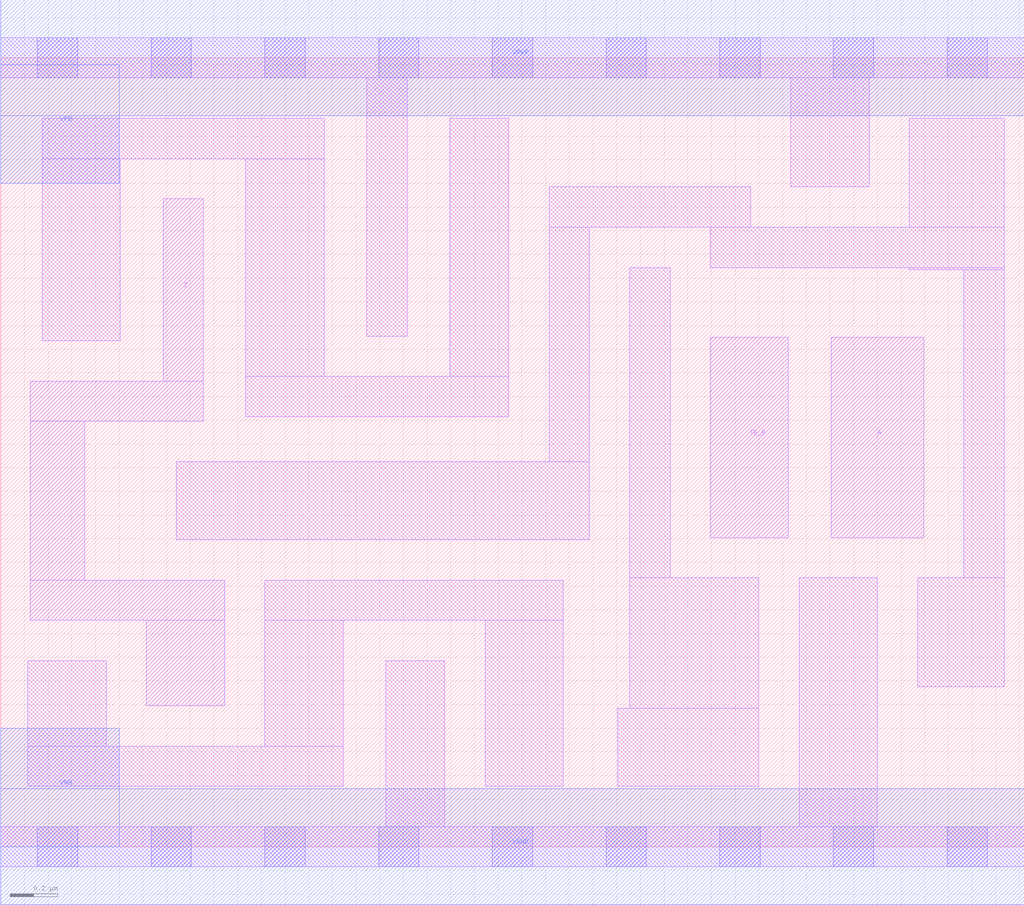
<source format=lef>
# Copyright 2020 The SkyWater PDK Authors
#
# Licensed under the Apache License, Version 2.0 (the "License");
# you may not use this file except in compliance with the License.
# You may obtain a copy of the License at
#
#     https://www.apache.org/licenses/LICENSE-2.0
#
# Unless required by applicable law or agreed to in writing, software
# distributed under the License is distributed on an "AS IS" BASIS,
# WITHOUT WARRANTIES OR CONDITIONS OF ANY KIND, either express or implied.
# See the License for the specific language governing permissions and
# limitations under the License.
#
# SPDX-License-Identifier: Apache-2.0

VERSION 5.5 ;
NAMESCASESENSITIVE ON ;
BUSBITCHARS "[]" ;
DIVIDERCHAR "/" ;
MACRO sky130_fd_sc_lp__ebufn_2
  CLASS CORE ;
  SOURCE USER ;
  ORIGIN  0.000000  0.000000 ;
  SIZE  4.320000 BY  3.330000 ;
  SYMMETRY X Y R90 ;
  SITE unit ;
  PIN A
    ANTENNAGATEAREA  0.159000 ;
    DIRECTION INPUT ;
    USE SIGNAL ;
    PORT
      LAYER li1 ;
        RECT 3.505000 1.305000 3.895000 2.150000 ;
    END
  END A
  PIN TE_B
    ANTENNAGATEAREA  0.537000 ;
    DIRECTION INPUT ;
    USE SIGNAL ;
    PORT
      LAYER li1 ;
        RECT 2.995000 1.305000 3.325000 2.150000 ;
    END
  END TE_B
  PIN Z
    ANTENNADIFFAREA  0.596400 ;
    DIRECTION OUTPUT ;
    USE SIGNAL ;
    PORT
      LAYER li1 ;
        RECT 0.125000 0.955000 0.945000 1.125000 ;
        RECT 0.125000 1.125000 0.355000 1.795000 ;
        RECT 0.125000 1.795000 0.855000 1.965000 ;
        RECT 0.615000 0.595000 0.945000 0.955000 ;
        RECT 0.685000 1.965000 0.855000 2.735000 ;
    END
  END Z
  PIN VGND
    DIRECTION INOUT ;
    USE GROUND ;
    PORT
      LAYER met1 ;
        RECT 0.000000 -0.245000 4.320000 0.245000 ;
    END
  END VGND
  PIN VNB
    DIRECTION INOUT ;
    USE GROUND ;
    PORT
      LAYER met1 ;
        RECT 0.000000 0.000000 0.500000 0.500000 ;
    END
  END VNB
  PIN VPB
    DIRECTION INOUT ;
    USE POWER ;
    PORT
      LAYER met1 ;
        RECT 0.000000 2.800000 0.500000 3.300000 ;
    END
  END VPB
  PIN VPWR
    DIRECTION INOUT ;
    USE POWER ;
    PORT
      LAYER met1 ;
        RECT 0.000000 3.085000 4.320000 3.575000 ;
    END
  END VPWR
  OBS
    LAYER li1 ;
      RECT 0.000000 -0.085000 4.320000 0.085000 ;
      RECT 0.000000  3.245000 4.320000 3.415000 ;
      RECT 0.115000  0.255000 1.445000 0.425000 ;
      RECT 0.115000  0.425000 0.445000 0.785000 ;
      RECT 0.175000  2.135000 0.505000 2.905000 ;
      RECT 0.175000  2.905000 1.365000 3.075000 ;
      RECT 0.740000  1.295000 2.485000 1.625000 ;
      RECT 1.035000  1.815000 2.145000 1.985000 ;
      RECT 1.035000  1.985000 1.365000 2.905000 ;
      RECT 1.115000  0.425000 1.445000 0.955000 ;
      RECT 1.115000  0.955000 2.375000 1.125000 ;
      RECT 1.545000  2.155000 1.715000 3.245000 ;
      RECT 1.625000  0.085000 1.875000 0.785000 ;
      RECT 1.895000  1.985000 2.145000 3.075000 ;
      RECT 2.045000  0.255000 2.375000 0.955000 ;
      RECT 2.315000  1.625000 2.485000 2.615000 ;
      RECT 2.315000  2.615000 3.165000 2.785000 ;
      RECT 2.605000  0.255000 3.200000 0.585000 ;
      RECT 2.655000  0.585000 3.200000 1.135000 ;
      RECT 2.655000  1.135000 2.825000 2.445000 ;
      RECT 2.995000  2.445000 4.235000 2.615000 ;
      RECT 3.335000  2.785000 3.665000 3.245000 ;
      RECT 3.370000  0.085000 3.700000 1.135000 ;
      RECT 3.835000  2.435000 4.235000 2.445000 ;
      RECT 3.835000  2.615000 4.235000 3.075000 ;
      RECT 3.870000  0.675000 4.235000 1.135000 ;
      RECT 4.065000  1.135000 4.235000 2.435000 ;
    LAYER mcon ;
      RECT 0.155000 -0.085000 0.325000 0.085000 ;
      RECT 0.155000  3.245000 0.325000 3.415000 ;
      RECT 0.635000 -0.085000 0.805000 0.085000 ;
      RECT 0.635000  3.245000 0.805000 3.415000 ;
      RECT 1.115000 -0.085000 1.285000 0.085000 ;
      RECT 1.115000  3.245000 1.285000 3.415000 ;
      RECT 1.595000 -0.085000 1.765000 0.085000 ;
      RECT 1.595000  3.245000 1.765000 3.415000 ;
      RECT 2.075000 -0.085000 2.245000 0.085000 ;
      RECT 2.075000  3.245000 2.245000 3.415000 ;
      RECT 2.555000 -0.085000 2.725000 0.085000 ;
      RECT 2.555000  3.245000 2.725000 3.415000 ;
      RECT 3.035000 -0.085000 3.205000 0.085000 ;
      RECT 3.035000  3.245000 3.205000 3.415000 ;
      RECT 3.515000 -0.085000 3.685000 0.085000 ;
      RECT 3.515000  3.245000 3.685000 3.415000 ;
      RECT 3.995000 -0.085000 4.165000 0.085000 ;
      RECT 3.995000  3.245000 4.165000 3.415000 ;
  END
END sky130_fd_sc_lp__ebufn_2
END LIBRARY

</source>
